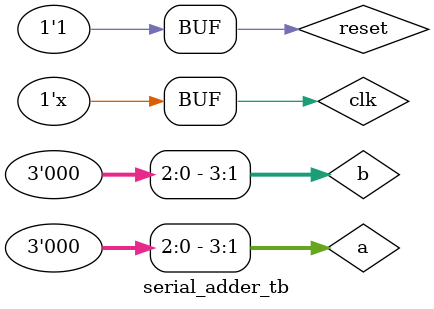
<source format=v>
module serial_adder #(parameter data_bitsize=4)(
  input clk,reset,
  input [data_bitsize-1:0] a,b,
  output reg [data_bitsize-1:0] sum
);
  
  reg [data_bitsize-1:0] carry;
  
  always @(posedge clk) begin
    if (reset) begin
      sum <= 8'b0;
      carry <= 8'b0;
    end else begin
      sum <= carry + a + b;
      carry <= sum[4];
    end
  end

endmodule
module serial_adder_tb;
  parameter data_bitsize=4;
  reg clk, reset;
  reg [data_bitsize-1:0] a, b;
  wire [data_bitsize-1:0] sum;
  
  serial_adder SA (
    .clk(clk),
    .reset(reset),
    .a(a),
    .b(b),
    .sum(sum)
  );
  
  initial begin
    clk = 0;
    reset = 1;
    a = 4'd5;
    b = 4'd5;
    #10;
    reset = 0;
    repeat(10) begin
    a = $random;b = $random;#10; end
  end
  always #5 clk = ~clk; 
  initial #90 reset=1;
  
  // always @(posedge clk) begin
  //   if (reset) begin
  //     $display("Reset");
  //   end else begin
  //     $display("Sum: %d", sum);
  //   end
  // end

endmodule



</source>
